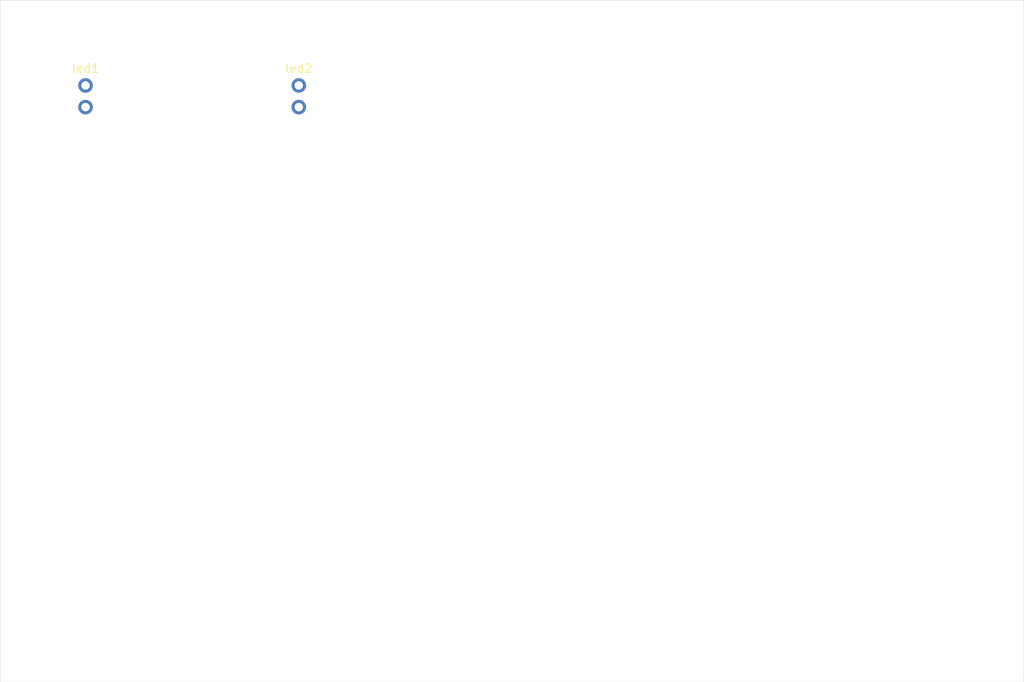
<source format=kicad_pcb>
(kicad_pcb (version 20240108) (generator sparkbench) (generator_version "1.0")
  (layers (0 F.Cu signal) (31 B.Cu signal) (36 B.SilkS user) (37 F.SilkS user) (38 B.Mask user) (39 F.Mask user) (44 Edge.Cuts user))
  (net 0 "")
  (gr_line (start 0 0) (end 120 0) (layer Edge.Cuts) (stroke (width 0.05)))
  (gr_line (start 120 0) (end 120 80) (layer Edge.Cuts) (stroke (width 0.05)))
  (gr_line (start 120 80) (end 0 80) (layer Edge.Cuts) (stroke (width 0.05)))
  (gr_line (start 0 80) (end 0 0) (layer Edge.Cuts) (stroke (width 0.05)))
  (footprint LED-THT-3mm (layer F.Cu) (at 10 10)
    (fp_text reference led1 (at 0 -2) (layer F.SilkS))
    (fp_text value LED-THT-3mm)
    (pad led1:1 thru_hole circle (at 0 0) (size 1.7 1.7) (layers F.Cu B.Cu) (drill 1))
    (pad led1:2 thru_hole circle (at 0 2.54) (size 1.7 1.7) (layers F.Cu B.Cu) (drill 1))
  )
  (footprint LED-THT-3mm (layer F.Cu) (at 35 10)
    (fp_text reference led2 (at 0 -2) (layer F.SilkS))
    (fp_text value LED-THT-3mm)
    (pad led2:1 thru_hole circle (at 0 0) (size 1.7 1.7) (layers F.Cu B.Cu) (drill 1))
    (pad led2:2 thru_hole circle (at 0 2.54) (size 1.7 1.7) (layers F.Cu B.Cu) (drill 1))
  )
)
</source>
